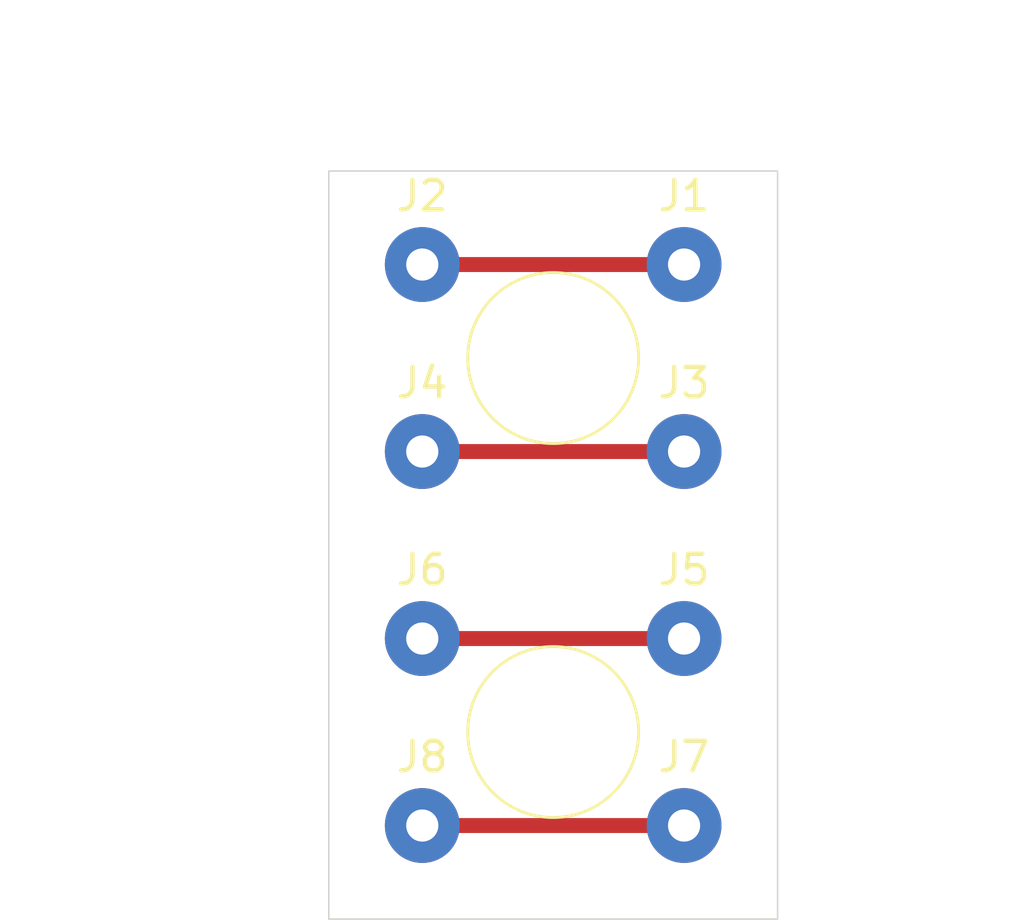
<source format=kicad_pcb>
(kicad_pcb (version 20240108) (generator "pcbnew") (generator_version "8.0")
  (layers (0 "F.Cu" signal) (31 "B.Cu" signal) (34 "B.Paste" user) (35 "F.Paste" user) (36 "B.SilkS" user "B.Silkscreen") (37 "F.SilkS" user "F.Silkscreen") (38 "B.Mask" user) (39 "F.Mask" user) (44 "Edge.Cuts" user))
  (net 0 "")
  (net 1 "Net-(J1-Pin_1)")
  (net 2 "Net-(J3-Pin_1)")
  (net 3 "Net-(J5-Pin_1)")
  (net 4 "Net-(J7-Pin_1)")
  (footprint "my-conn-pad:PinHeader_1x01_P2.54mm_Vertical" (layer "F.Cu") (at 59.055 66.675)
    (property "Reference" "J6" (at 0 -2.33 0) (layer "F.SilkS"))
    (property "Value" "Conn_01x01")
    (pad "1" thru_hole circle (at 0 0) (size 2.54 2.54) (drill 1.0922) (layers "*.Cu" "*.Mask") (net 3 "Net-(J5-Pin_1)"))
  )
  (footprint "my-conn-pad:PinHeader_1x01_P2.54mm_Vertical" (layer "F.Cu") (at 67.945 66.675)
    (property "Reference" "J5" (at 0 -2.33 0) (layer "F.SilkS"))
    (property "Value" "Conn_01x01")
    (pad "1" thru_hole circle (at 0 0) (size 2.54 2.54) (drill 1.0922) (layers "*.Cu" "*.Mask") (net 3 "Net-(J5-Pin_1)"))
  )
  (footprint "my_mtg_hole:hole-440-nopad" (layer "F.Cu") (at 63.5 57.15)
    (property "Reference" "H1" (hide yes))
    (property "Value" "MountingHole")
    (fp_circle (center 0 0) (end 1.143 2.667) (stroke (width 0.1)) (fill none) (layer "F.SilkS"))
    (pad "" np_thru_hole circle (at 0 0) (size 1.524 1.524) (drill 3.2512) (layers "F&B.Cu" "*.Mask"))
  )
  (footprint "my_mtg_hole:hole-440-nopad" (layer "F.Cu") (at 63.5 69.85)
    (property "Reference" "H2" (hide yes))
    (property "Value" "MountingHole")
    (fp_circle (center 0 0) (end 1.143 2.667) (stroke (width 0.1)) (fill none) (layer "F.SilkS"))
    (pad "" np_thru_hole circle (at 0 0) (size 1.524 1.524) (drill 3.2512) (layers "F&B.Cu" "*.Mask"))
  )
  (footprint "my-conn-pad:PinHeader_1x01_P2.54mm_Vertical" (layer "F.Cu") (at 67.945 73.025)
    (property "Reference" "J7" (at 0 -2.33 0) (layer "F.SilkS"))
    (property "Value" "Conn_01x01")
    (pad "1" thru_hole circle (at 0 0) (size 2.54 2.54) (drill 1.0922) (layers "*.Cu" "*.Mask") (net 4 "Net-(J7-Pin_1)"))
  )
  (footprint "my-conn-pad:PinHeader_1x01_P2.54mm_Vertical" (layer "F.Cu") (at 67.945 60.325)
    (property "Reference" "J3" (at 0 -2.33 0) (layer "F.SilkS"))
    (property "Value" "Conn_01x01")
    (pad "1" thru_hole circle (at 0 0) (size 2.54 2.54) (drill 1.0922) (layers "*.Cu" "*.Mask") (net 2 "Net-(J3-Pin_1)"))
  )
  (footprint "my-conn-pad:PinHeader_1x01_P2.54mm_Vertical" (layer "F.Cu") (at 59.055 53.975)
    (property "Reference" "J2" (at 0 -2.33 0) (layer "F.SilkS"))
    (property "Value" "Conn_01x01")
    (pad "1" thru_hole circle (at 0 0) (size 2.54 2.54) (drill 1.0922) (layers "*.Cu" "*.Mask") (net 1 "Net-(J1-Pin_1)"))
  )
  (footprint "my-conn-pad:PinHeader_1x01_P2.54mm_Vertical" (layer "F.Cu") (at 67.945 53.975)
    (property "Reference" "J1" (at 0 -2.33 0) (layer "F.SilkS"))
    (property "Value" "Conn_01x01")
    (pad "1" thru_hole circle (at 0 0) (size 2.54 2.54) (drill 1.0922) (layers "*.Cu" "*.Mask") (net 1 "Net-(J1-Pin_1)"))
  )
  (footprint "my-conn-pad:PinHeader_1x01_P2.54mm_Vertical" (layer "F.Cu") (at 59.055 73.025)
    (property "Reference" "J8" (at 0 -2.33 0) (layer "F.SilkS"))
    (property "Value" "Conn_01x01")
    (pad "1" thru_hole circle (at 0 0) (size 2.54 2.54) (drill 1.0922) (layers "*.Cu" "*.Mask") (net 4 "Net-(J7-Pin_1)"))
  )
  (footprint "my-conn-pad:PinHeader_1x01_P2.54mm_Vertical" (layer "F.Cu") (at 59.055 60.325)
    (property "Reference" "J4" (at 0 -2.33 0) (layer "F.SilkS"))
    (property "Value" "Conn_01x01")
    (pad "1" thru_hole circle (at 0 0) (size 2.54 2.54) (drill 1.0922) (layers "*.Cu" "*.Mask") (net 2 "Net-(J3-Pin_1)"))
  )
  (gr_line (start 55.88 50.8) (end 71.12 50.8) (stroke (width 0.05)) (layer "Edge.Cuts"))
  (gr_line (start 71.12 50.8) (end 71.12 76.2) (stroke (width 0.05)) (layer "Edge.Cuts"))
  (gr_line (start 71.12 76.2) (end 55.88 76.2) (stroke (width 0.05)) (layer "Edge.Cuts"))
  (gr_line (start 55.88 76.2) (end 55.88 50.8) (stroke (width 0.05)) (layer "Edge.Cuts"))
  (segment (start 59.055 53.975) (end 67.945 53.975) (width 0.508) (layer "F.Cu") (net 1))
  (segment (start 59.055 60.325) (end 67.945 60.325) (width 0.508) (layer "F.Cu") (net 2))
  (segment (start 59.055 66.675) (end 67.945 66.675) (width 0.508) (layer "F.Cu") (net 3))
  (segment (start 59.055 73.025) (end 67.945 73.025) (width 0.508) (layer "F.Cu") (net 4))
)
</source>
